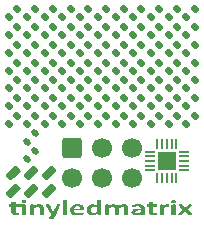
<source format=gbr>
%TF.GenerationSoftware,KiCad,Pcbnew,8.0.8*%
%TF.CreationDate,2025-02-26T00:32:30+01:00*%
%TF.ProjectId,matrixSAO,6d617472-6978-4534-914f-2e6b69636164,rev?*%
%TF.SameCoordinates,Original*%
%TF.FileFunction,Soldermask,Top*%
%TF.FilePolarity,Negative*%
%FSLAX46Y46*%
G04 Gerber Fmt 4.6, Leading zero omitted, Abs format (unit mm)*
G04 Created by KiCad (PCBNEW 8.0.8) date 2025-02-26 00:32:30*
%MOMM*%
%LPD*%
G01*
G04 APERTURE LIST*
G04 Aperture macros list*
%AMRoundRect*
0 Rectangle with rounded corners*
0 $1 Rounding radius*
0 $2 $3 $4 $5 $6 $7 $8 $9 X,Y pos of 4 corners*
0 Add a 4 corners polygon primitive as box body*
4,1,4,$2,$3,$4,$5,$6,$7,$8,$9,$2,$3,0*
0 Add four circle primitives for the rounded corners*
1,1,$1+$1,$2,$3*
1,1,$1+$1,$4,$5*
1,1,$1+$1,$6,$7*
1,1,$1+$1,$8,$9*
0 Add four rect primitives between the rounded corners*
20,1,$1+$1,$2,$3,$4,$5,0*
20,1,$1+$1,$4,$5,$6,$7,0*
20,1,$1+$1,$6,$7,$8,$9,0*
20,1,$1+$1,$8,$9,$2,$3,0*%
G04 Aperture macros list end*
%ADD10C,0.290000*%
%ADD11C,0.100000*%
%ADD12RoundRect,0.070000X-0.176777X-0.572756X0.572756X0.176777X0.176777X0.572756X-0.572756X-0.176777X0*%
%ADD13RoundRect,0.147500X-0.017678X0.226274X-0.226274X0.017678X0.017678X-0.226274X0.226274X-0.017678X0*%
%ADD14RoundRect,0.125000X-0.035355X0.212132X-0.212132X0.035355X0.035355X-0.212132X0.212132X-0.035355X0*%
%ADD15RoundRect,0.050000X-0.375000X-0.050000X0.375000X-0.050000X0.375000X0.050000X-0.375000X0.050000X0*%
%ADD16RoundRect,0.050000X-0.050000X-0.375000X0.050000X-0.375000X0.050000X0.375000X-0.050000X0.375000X0*%
%ADD17R,1.650000X1.650000*%
%ADD18RoundRect,0.250000X-0.600000X0.600000X-0.600000X-0.600000X0.600000X-0.600000X0.600000X0.600000X0*%
%ADD19C,1.700000*%
G04 APERTURE END LIST*
D10*
G36*
X71477390Y-132673941D02*
G01*
X71557502Y-132690427D01*
X71580461Y-132738238D01*
X71580461Y-133523650D01*
X71572157Y-133539806D01*
X71544313Y-133551017D01*
X71491556Y-133557941D01*
X71408514Y-133560250D01*
X71324006Y-133557941D01*
X71271249Y-133551017D01*
X71243894Y-133539806D01*
X71235590Y-133523650D01*
X71235590Y-132863864D01*
X70684578Y-132863864D01*
X70684578Y-133255251D01*
X70694470Y-133321024D01*
X70715841Y-133357467D01*
X70804546Y-133390600D01*
X70828681Y-133391429D01*
X70878018Y-133388132D01*
X70917097Y-133380878D01*
X70946406Y-133373294D01*
X70967411Y-133369997D01*
X70983043Y-133373294D01*
X70994767Y-133386483D01*
X71002582Y-133412202D01*
X71006002Y-133453418D01*
X70999163Y-133513428D01*
X70979623Y-133543104D01*
X70942499Y-133559590D01*
X70885834Y-133571131D01*
X70815492Y-133578714D01*
X70739289Y-133581352D01*
X70637496Y-133576327D01*
X70560503Y-133563547D01*
X70472917Y-133532516D01*
X70435939Y-133509801D01*
X70382334Y-133453670D01*
X70363155Y-133417807D01*
X70344859Y-133352924D01*
X70339707Y-133286246D01*
X70339707Y-132863864D01*
X70193161Y-132863864D01*
X70153106Y-132842102D01*
X70139481Y-132775178D01*
X70139428Y-132768903D01*
X70142847Y-132723400D01*
X70153106Y-132694054D01*
X70170203Y-132678557D01*
X70194138Y-132673941D01*
X70339707Y-132673941D01*
X70339707Y-132482369D01*
X70347034Y-132464894D01*
X70374878Y-132452034D01*
X70428123Y-132444450D01*
X70511654Y-132441813D01*
X70595674Y-132444450D01*
X70648430Y-132452034D01*
X70676274Y-132464894D01*
X70684578Y-132482369D01*
X70684578Y-132673941D01*
X71477390Y-132673941D01*
G37*
G36*
X71608305Y-132418732D02*
G01*
X71594858Y-132486522D01*
X71565806Y-132519628D01*
X71472738Y-132544621D01*
X71407537Y-132547326D01*
X71309840Y-132540649D01*
X71250245Y-132520618D01*
X71212907Y-132459607D01*
X71209700Y-132423678D01*
X71222992Y-132355783D01*
X71251710Y-132322451D01*
X71344799Y-132296864D01*
X71410468Y-132294095D01*
X71512000Y-132301818D01*
X71566783Y-132321462D01*
X71605020Y-132382776D01*
X71608305Y-132418732D01*
G37*
G36*
X73090859Y-133523650D02*
G01*
X73082554Y-133539806D01*
X73054711Y-133551017D01*
X73001954Y-133557941D01*
X72918912Y-133560250D01*
X72834404Y-133557941D01*
X72781647Y-133551347D01*
X72754292Y-133540136D01*
X72745988Y-133523979D01*
X72745988Y-133063679D01*
X72740308Y-132997581D01*
X72732799Y-132971685D01*
X72695185Y-132914313D01*
X72631194Y-132877053D01*
X72539847Y-132863864D01*
X72444293Y-132880217D01*
X72406490Y-132895518D01*
X72328953Y-132940310D01*
X72266295Y-132987842D01*
X72266295Y-133523979D01*
X72257991Y-133540136D01*
X72229658Y-133551347D01*
X72176902Y-133557941D01*
X72092882Y-133560250D01*
X72008863Y-133557941D01*
X71956106Y-133551347D01*
X71928263Y-133539806D01*
X71919958Y-133523650D01*
X71919958Y-132710541D01*
X71926797Y-132694384D01*
X71951222Y-132683173D01*
X71997628Y-132676249D01*
X72068458Y-132673941D01*
X72141242Y-132676249D01*
X72185695Y-132683173D01*
X72208653Y-132694384D01*
X72215492Y-132710211D01*
X72215492Y-132804184D01*
X72285750Y-132756714D01*
X72363316Y-132715060D01*
X72422122Y-132690757D01*
X72516035Y-132664836D01*
X72613127Y-132653431D01*
X72641452Y-132652838D01*
X72743393Y-132658140D01*
X72841578Y-132677182D01*
X72852478Y-132680536D01*
X72938688Y-132717688D01*
X72991208Y-132755384D01*
X73041285Y-132813541D01*
X73067411Y-132865843D01*
X73084997Y-132935498D01*
X73090653Y-133001440D01*
X73090859Y-133017847D01*
X73090859Y-133523650D01*
G37*
G36*
X74081996Y-133560250D02*
G01*
X73933985Y-133854037D01*
X73866574Y-133887669D01*
X73767104Y-133896893D01*
X73705862Y-133897891D01*
X73617446Y-133894594D01*
X73568109Y-133883713D01*
X73550524Y-133865248D01*
X73558828Y-133838210D01*
X73722471Y-133560250D01*
X73689742Y-133543433D01*
X73668737Y-133519034D01*
X73246686Y-132766595D01*
X73229100Y-132717795D01*
X73245220Y-132691087D01*
X73300907Y-132677568D01*
X73400920Y-132673945D01*
X73404955Y-132673941D01*
X73497767Y-132675260D01*
X73551501Y-132682184D01*
X73580321Y-132699330D01*
X73599861Y-132731643D01*
X73888556Y-133279651D01*
X73892464Y-133279651D01*
X74156246Y-132720762D01*
X74177251Y-132689109D01*
X74220726Y-132677568D01*
X74322040Y-132673945D01*
X74326727Y-132673941D01*
X74424913Y-132677568D01*
X74482554Y-132691417D01*
X74501117Y-132718454D01*
X74490370Y-132758351D01*
X74081996Y-133560250D01*
G37*
G36*
X75042847Y-133523320D02*
G01*
X75034543Y-133539477D01*
X75006211Y-133551017D01*
X74953455Y-133557941D01*
X74869435Y-133560250D01*
X74785416Y-133557941D01*
X74732659Y-133551017D01*
X74704815Y-133539477D01*
X74696511Y-133523320D01*
X74696511Y-132312559D01*
X74704815Y-132296073D01*
X74732659Y-132283543D01*
X74785416Y-132275960D01*
X74869435Y-132272992D01*
X74953455Y-132275960D01*
X75006211Y-132283543D01*
X75034543Y-132296073D01*
X75042847Y-132312559D01*
X75042847Y-133523320D01*
G37*
G36*
X76038719Y-132656462D02*
G01*
X76136218Y-132668680D01*
X76201047Y-132683503D01*
X76289217Y-132714879D01*
X76366876Y-132758581D01*
X76380321Y-132768573D01*
X76438002Y-132823997D01*
X76479154Y-132888260D01*
X76483392Y-132897497D01*
X76506099Y-132965162D01*
X76515798Y-133032401D01*
X76516609Y-133059393D01*
X76516609Y-133096652D01*
X76488277Y-133159960D01*
X76410607Y-133180403D01*
X75664690Y-133180403D01*
X75673463Y-133248877D01*
X75683252Y-133277013D01*
X75725673Y-133336656D01*
X75742359Y-133350543D01*
X75823722Y-133390259D01*
X75846895Y-133396704D01*
X75946659Y-133410986D01*
X75999791Y-133412531D01*
X76099764Y-133409044D01*
X76159037Y-133402640D01*
X76255327Y-133385976D01*
X76278228Y-133380878D01*
X76361270Y-133359116D01*
X76415004Y-133349224D01*
X76435520Y-133352521D01*
X76449198Y-133363732D01*
X76457014Y-133386813D01*
X76458967Y-133424072D01*
X76457502Y-133458034D01*
X76453106Y-133482104D01*
X76445290Y-133498920D01*
X76430635Y-133511780D01*
X76381787Y-133529915D01*
X76287849Y-133551881D01*
X76280182Y-133553325D01*
X76182115Y-133567908D01*
X76138521Y-133572779D01*
X76040180Y-133579937D01*
X75968528Y-133581352D01*
X75870211Y-133578647D01*
X75771208Y-133569424D01*
X75681787Y-133553655D01*
X75588777Y-133526471D01*
X75503399Y-133486729D01*
X75476623Y-133469904D01*
X75412429Y-133414952D01*
X75367220Y-133353865D01*
X75353524Y-133327791D01*
X75328818Y-133259120D01*
X75316187Y-133188922D01*
X75312980Y-133126328D01*
X75317130Y-133059828D01*
X75322759Y-133032685D01*
X75664690Y-133032685D01*
X76181508Y-133032685D01*
X76175096Y-132964725D01*
X76144001Y-132900558D01*
X76122889Y-132878043D01*
X76043388Y-132835755D01*
X75945975Y-132821879D01*
X75929937Y-132821659D01*
X75830826Y-132833631D01*
X75815143Y-132838475D01*
X75738150Y-132879820D01*
X75734055Y-132883318D01*
X75688056Y-132943109D01*
X75684718Y-132950253D01*
X75666287Y-133016425D01*
X75664690Y-133032685D01*
X75322759Y-133032685D01*
X75331283Y-132991588D01*
X75355478Y-132928491D01*
X75392779Y-132866018D01*
X75445436Y-132806920D01*
X75479065Y-132778795D01*
X75550754Y-132733753D01*
X75634053Y-132698289D01*
X75676413Y-132685152D01*
X75775711Y-132664230D01*
X75875958Y-132654385D01*
X75938242Y-132652838D01*
X76038719Y-132656462D01*
G37*
G36*
X77867760Y-132275960D02*
G01*
X77920028Y-132283873D01*
X77947383Y-132296073D01*
X77955688Y-132312559D01*
X77955688Y-133523320D01*
X77948849Y-133540466D01*
X77925402Y-133552006D01*
X77880461Y-133558601D01*
X77811584Y-133560250D01*
X77739777Y-133558601D01*
X77695325Y-133552336D01*
X77670412Y-133541125D01*
X77663085Y-133524969D01*
X77663085Y-133437261D01*
X77590705Y-133484185D01*
X77509348Y-133525392D01*
X77464271Y-133543433D01*
X77369262Y-133569354D01*
X77265465Y-133580760D01*
X77234194Y-133581352D01*
X77135161Y-133576252D01*
X77035077Y-133557408D01*
X76997279Y-133545082D01*
X76914439Y-133505264D01*
X76847270Y-133454433D01*
X76839498Y-133446823D01*
X76792428Y-133388670D01*
X76758073Y-133322691D01*
X76750593Y-133302402D01*
X76732882Y-133233744D01*
X76724547Y-133167855D01*
X76723238Y-133128306D01*
X76724043Y-133112479D01*
X77074948Y-133112479D01*
X77080207Y-133180586D01*
X77087160Y-133215354D01*
X77111781Y-133279280D01*
X77127704Y-133305040D01*
X77185676Y-133358571D01*
X77202443Y-133368018D01*
X77295093Y-133390606D01*
X77321145Y-133391429D01*
X77390510Y-133384175D01*
X77458898Y-133360434D01*
X77531194Y-133317240D01*
X77596036Y-133266003D01*
X77612282Y-133251954D01*
X77612282Y-132978610D01*
X77548529Y-132926840D01*
X77474383Y-132879928D01*
X77470133Y-132877713D01*
X77382778Y-132847677D01*
X77327984Y-132842762D01*
X77230695Y-132858216D01*
X77211724Y-132866172D01*
X77142855Y-132916389D01*
X77133078Y-132928161D01*
X77097357Y-132991222D01*
X77089114Y-133014550D01*
X77076331Y-133081380D01*
X77074948Y-133112479D01*
X76724043Y-133112479D01*
X76726625Y-133061697D01*
X76738175Y-132993560D01*
X76757921Y-132930799D01*
X76791818Y-132863836D01*
X76840224Y-132801337D01*
X76860503Y-132781432D01*
X76930892Y-132729621D01*
X77015664Y-132690416D01*
X77028053Y-132686141D01*
X77121806Y-132663376D01*
X77219077Y-132653652D01*
X77259107Y-132652838D01*
X77357293Y-132659928D01*
X77445709Y-132681195D01*
X77529362Y-132715816D01*
X77607121Y-132760252D01*
X77612282Y-132763627D01*
X77612282Y-132313219D01*
X77619610Y-132296403D01*
X77646965Y-132283873D01*
X77699721Y-132275960D01*
X77783741Y-132272992D01*
X77867760Y-132275960D01*
G37*
G36*
X80245220Y-133523650D02*
G01*
X80236916Y-133539806D01*
X80209072Y-133551017D01*
X80156804Y-133557941D01*
X80073273Y-133560250D01*
X79988277Y-133557941D01*
X79935520Y-133551347D01*
X79907677Y-133540136D01*
X79900349Y-133523979D01*
X79900349Y-133045544D01*
X79890721Y-132977993D01*
X79888626Y-132971685D01*
X79852966Y-132914313D01*
X79792394Y-132877053D01*
X79705443Y-132863864D01*
X79607913Y-132883184D01*
X79580391Y-132895518D01*
X79505945Y-132940310D01*
X79443127Y-132987842D01*
X79443127Y-133523979D01*
X79434822Y-133540136D01*
X79406490Y-133551347D01*
X79353734Y-133557941D01*
X79271180Y-133560250D01*
X79187160Y-133557941D01*
X79134404Y-133551347D01*
X79106560Y-133540136D01*
X79098256Y-133523979D01*
X79098256Y-133045544D01*
X79088627Y-132977993D01*
X79086532Y-132971685D01*
X79051361Y-132914313D01*
X78991277Y-132877053D01*
X78904327Y-132863864D01*
X78809530Y-132881670D01*
X78777809Y-132895518D01*
X78703826Y-132940310D01*
X78642010Y-132987842D01*
X78642010Y-133523979D01*
X78633706Y-133540136D01*
X78605374Y-133551347D01*
X78552617Y-133557941D01*
X78468598Y-133560250D01*
X78384578Y-133557941D01*
X78331822Y-133551347D01*
X78303978Y-133539806D01*
X78295674Y-133523650D01*
X78295674Y-132710541D01*
X78302513Y-132694384D01*
X78326937Y-132683173D01*
X78373343Y-132676249D01*
X78444173Y-132673941D01*
X78516958Y-132676249D01*
X78561410Y-132683173D01*
X78584369Y-132694384D01*
X78591208Y-132710211D01*
X78591208Y-132804184D01*
X78660946Y-132756714D01*
X78736760Y-132715060D01*
X78793441Y-132690757D01*
X78883601Y-132664836D01*
X78983936Y-132653172D01*
X79004466Y-132652838D01*
X79105484Y-132658460D01*
X79140754Y-132663719D01*
X79233580Y-132688889D01*
X79248709Y-132695044D01*
X79323759Y-132738540D01*
X79330286Y-132743843D01*
X79383437Y-132800656D01*
X79387928Y-132807151D01*
X79459324Y-132758749D01*
X79495883Y-132737249D01*
X79577421Y-132698037D01*
X79599931Y-132689438D01*
X79693380Y-132663824D01*
X79703001Y-132662071D01*
X79801805Y-132652875D01*
X79808514Y-132652838D01*
X79907984Y-132658140D01*
X80003574Y-132677182D01*
X80014166Y-132680536D01*
X80098333Y-132717688D01*
X80149477Y-132755384D01*
X80198301Y-132813541D01*
X80223238Y-132865843D01*
X80239725Y-132930964D01*
X80245220Y-132999712D01*
X80245220Y-133523650D01*
G37*
G36*
X81177327Y-132655481D02*
G01*
X81274678Y-132664310D01*
X81321354Y-132671633D01*
X81414777Y-132695538D01*
X81489882Y-132729665D01*
X81552788Y-132780531D01*
X81586113Y-132829902D01*
X81608828Y-132897002D01*
X81616281Y-132965181D01*
X81616399Y-132975642D01*
X81616399Y-133526288D01*
X81602722Y-133546731D01*
X81559247Y-133557282D01*
X81472296Y-133560250D01*
X81381926Y-133556952D01*
X81342359Y-133546401D01*
X81330635Y-133525958D01*
X81330635Y-133460012D01*
X81255037Y-133506617D01*
X81170208Y-133543803D01*
X81158200Y-133548050D01*
X81062802Y-133571953D01*
X80965242Y-133581059D01*
X80943266Y-133581352D01*
X80844012Y-133576513D01*
X80763992Y-133564206D01*
X80670416Y-133536334D01*
X80622331Y-133513428D01*
X80555472Y-133462328D01*
X80529519Y-133430007D01*
X80502192Y-133364795D01*
X80496790Y-133313613D01*
X80498177Y-133304710D01*
X80834822Y-133304710D01*
X80862300Y-133368018D01*
X80883671Y-133383845D01*
X80973322Y-133410262D01*
X81018981Y-133412531D01*
X81117553Y-133400097D01*
X81152827Y-133388461D01*
X81233810Y-133346780D01*
X81276902Y-133317240D01*
X81276902Y-133180403D01*
X81145011Y-133180403D01*
X81045895Y-133183953D01*
X81002373Y-133188646D01*
X80908483Y-133211715D01*
X80906141Y-133212716D01*
X80851919Y-133251954D01*
X80834822Y-133304710D01*
X80498177Y-133304710D01*
X80507293Y-133246184D01*
X80538800Y-133188316D01*
X80599044Y-133134437D01*
X80663852Y-133100609D01*
X80757031Y-133070521D01*
X80855192Y-133051633D01*
X80870482Y-133049501D01*
X80968736Y-133039254D01*
X81068578Y-133034015D01*
X81157223Y-133032685D01*
X81276902Y-133032685D01*
X81276902Y-132981247D01*
X81266598Y-132914806D01*
X81265178Y-132911015D01*
X81226588Y-132860897D01*
X81155269Y-132831221D01*
X81057047Y-132821743D01*
X81044871Y-132821659D01*
X80944045Y-132826811D01*
X80890510Y-132834848D01*
X80797453Y-132856116D01*
X80770342Y-132863864D01*
X80682903Y-132892880D01*
X80626239Y-132906069D01*
X80599372Y-132899475D01*
X80579833Y-132880021D01*
X80568109Y-132849356D01*
X80564201Y-132808800D01*
X80571040Y-132761649D01*
X80596930Y-132730325D01*
X80664341Y-132702957D01*
X80757425Y-132682109D01*
X80777181Y-132678557D01*
X80875928Y-132664353D01*
X80917865Y-132660092D01*
X81019986Y-132653696D01*
X81075157Y-132652838D01*
X81177327Y-132655481D01*
G37*
G36*
X82653455Y-133453418D02*
G01*
X82645639Y-133514417D01*
X82625611Y-133544093D01*
X82589463Y-133559590D01*
X82533287Y-133571131D01*
X82462945Y-133578714D01*
X82386741Y-133581352D01*
X82284949Y-133576327D01*
X82207956Y-133563547D01*
X82120370Y-133532516D01*
X82083392Y-133509801D01*
X82029787Y-133453670D01*
X82010607Y-133417807D01*
X81992312Y-133352924D01*
X81987160Y-133286246D01*
X81987160Y-132863864D01*
X81840614Y-132863864D01*
X81800559Y-132842102D01*
X81786934Y-132775178D01*
X81786881Y-132768903D01*
X81790300Y-132723400D01*
X81800559Y-132694054D01*
X81817656Y-132678557D01*
X81841591Y-132673941D01*
X81987160Y-132673941D01*
X81987160Y-132482369D01*
X81994487Y-132464894D01*
X82022331Y-132452034D01*
X82075576Y-132444450D01*
X82159107Y-132441813D01*
X82243127Y-132444450D01*
X82295883Y-132452034D01*
X82323727Y-132464894D01*
X82332031Y-132482369D01*
X82332031Y-132673941D01*
X82598744Y-132673941D01*
X82622680Y-132678557D01*
X82639777Y-132694054D01*
X82650035Y-132723400D01*
X82653455Y-132768903D01*
X82642983Y-132836126D01*
X82639777Y-132842102D01*
X82599721Y-132863864D01*
X82332031Y-132863864D01*
X82332031Y-133255251D01*
X82341923Y-133321024D01*
X82363294Y-133357467D01*
X82451999Y-133390600D01*
X82476134Y-133391429D01*
X82525471Y-133388132D01*
X82564550Y-133380878D01*
X82593859Y-133373294D01*
X82614864Y-133369997D01*
X82630496Y-133373294D01*
X82642219Y-133386483D01*
X82650035Y-133412202D01*
X82653455Y-133453418D01*
G37*
G36*
X83684648Y-132778135D02*
G01*
X83681717Y-132830892D01*
X83673413Y-132863205D01*
X83659247Y-132879691D01*
X83636776Y-132884307D01*
X83611864Y-132881010D01*
X83580600Y-132874086D01*
X83542987Y-132867162D01*
X83497558Y-132863864D01*
X83439917Y-132872107D01*
X83380321Y-132898156D01*
X83315841Y-132944977D01*
X83257845Y-133001271D01*
X83243545Y-133016858D01*
X83243545Y-133523650D01*
X83235241Y-133539806D01*
X83206909Y-133551347D01*
X83154152Y-133557941D01*
X83070133Y-133560250D01*
X82986113Y-133557941D01*
X82933357Y-133551347D01*
X82905513Y-133539806D01*
X82897209Y-133523650D01*
X82897209Y-132710541D01*
X82904048Y-132694384D01*
X82928472Y-132683173D01*
X82974878Y-132676249D01*
X83045709Y-132673941D01*
X83118493Y-132676249D01*
X83162945Y-132683173D01*
X83185904Y-132694714D01*
X83192743Y-132710541D01*
X83192743Y-132811767D01*
X83253260Y-132756982D01*
X83283113Y-132733952D01*
X83357014Y-132688606D01*
X83364201Y-132685152D01*
X83441382Y-132660092D01*
X83518563Y-132652838D01*
X83556665Y-132654157D01*
X83599651Y-132658774D01*
X83637753Y-132666028D01*
X83661689Y-132674601D01*
X83672924Y-132684163D01*
X83678786Y-132699000D01*
X83683182Y-132727027D01*
X83684648Y-132778135D01*
G37*
G36*
X84238102Y-133523650D02*
G01*
X84229798Y-133539806D01*
X84201466Y-133551347D01*
X84148709Y-133557941D01*
X84064690Y-133560250D01*
X83980670Y-133557941D01*
X83927914Y-133551347D01*
X83900070Y-133539806D01*
X83891766Y-133523650D01*
X83891766Y-132712189D01*
X83900070Y-132696363D01*
X83927914Y-132684492D01*
X83980670Y-132676909D01*
X84064690Y-132673941D01*
X84148709Y-132676909D01*
X84201466Y-132684492D01*
X84229798Y-132696363D01*
X84238102Y-132712189D01*
X84238102Y-133523650D01*
G37*
G36*
X84264480Y-132418732D02*
G01*
X84251034Y-132486522D01*
X84221982Y-132519628D01*
X84128914Y-132544621D01*
X84063713Y-132547326D01*
X83966016Y-132540649D01*
X83906420Y-132520618D01*
X83869083Y-132459607D01*
X83865876Y-132423678D01*
X83879168Y-132355783D01*
X83907886Y-132322451D01*
X84000975Y-132296864D01*
X84066644Y-132294095D01*
X84168176Y-132301818D01*
X84222959Y-132321462D01*
X84261196Y-132382776D01*
X84264480Y-132418732D01*
G37*
G36*
X85644452Y-133507493D02*
G01*
X85654711Y-133532882D01*
X85634683Y-133549368D01*
X85575576Y-133557941D01*
X85474159Y-133560247D01*
X85470063Y-133560250D01*
X85370412Y-133558931D01*
X85311305Y-133553655D01*
X85279554Y-133543433D01*
X85263922Y-133528266D01*
X85037265Y-133239424D01*
X84810607Y-133528266D01*
X84795464Y-133543433D01*
X84765667Y-133553655D01*
X84709979Y-133558931D01*
X84616679Y-133560250D01*
X84520447Y-133557941D01*
X84468179Y-133549368D01*
X84451082Y-133532882D01*
X84462806Y-133507493D01*
X84802303Y-133107203D01*
X84489184Y-132731314D01*
X84475995Y-132703617D01*
X84493092Y-132685811D01*
X84550245Y-132676909D01*
X84648419Y-132673953D01*
X84656734Y-132673941D01*
X84753455Y-132675260D01*
X84810607Y-132679546D01*
X84840894Y-132688119D01*
X84857502Y-132703287D01*
X85075855Y-132974983D01*
X85292743Y-132703287D01*
X85304955Y-132690427D01*
X85330845Y-132681195D01*
X85379693Y-132675919D01*
X85464201Y-132673941D01*
X85560921Y-132675919D01*
X85613189Y-132684163D01*
X85628332Y-132701968D01*
X85612701Y-132731314D01*
X85307886Y-133100609D01*
X85644452Y-133507493D01*
G37*
D11*
%TO.C,REF\u002A\u002A*%
X74030330Y-131323223D02*
X73323223Y-132030330D01*
X72969670Y-131676777D01*
X73676777Y-130969670D01*
X74030330Y-131323223D01*
G36*
X74030330Y-131323223D02*
G01*
X73323223Y-132030330D01*
X72969670Y-131676777D01*
X73676777Y-130969670D01*
X74030330Y-131323223D01*
G37*
X71030330Y-131323223D02*
X70323223Y-132030330D01*
X69969670Y-131676777D01*
X70676777Y-130969670D01*
X71030330Y-131323223D01*
G36*
X71030330Y-131323223D02*
G01*
X70323223Y-132030330D01*
X69969670Y-131676777D01*
X70676777Y-130969670D01*
X71030330Y-131323223D01*
G37*
X71030330Y-129823223D02*
X70323223Y-130530330D01*
X69969670Y-130176777D01*
X70676777Y-129469670D01*
X71030330Y-129823223D01*
G36*
X71030330Y-129823223D02*
G01*
X70323223Y-130530330D01*
X69969670Y-130176777D01*
X70676777Y-129469670D01*
X71030330Y-129823223D01*
G37*
X72530330Y-131323223D02*
X71823223Y-132030330D01*
X71469670Y-131676777D01*
X72176777Y-130969670D01*
X72530330Y-131323223D01*
G36*
X72530330Y-131323223D02*
G01*
X71823223Y-132030330D01*
X71469670Y-131676777D01*
X72176777Y-130969670D01*
X72530330Y-131323223D01*
G37*
X74030330Y-129823223D02*
X73323223Y-130530330D01*
X72969670Y-130176777D01*
X73676777Y-129469670D01*
X74030330Y-129823223D01*
G36*
X74030330Y-129823223D02*
G01*
X73323223Y-130530330D01*
X72969670Y-130176777D01*
X73676777Y-129469670D01*
X74030330Y-129823223D01*
G37*
X72530330Y-129823223D02*
X71823223Y-130530330D01*
X71469670Y-130176777D01*
X72176777Y-129469670D01*
X72530330Y-129823223D01*
G36*
X72530330Y-129823223D02*
G01*
X71823223Y-130530330D01*
X71469670Y-130176777D01*
X72176777Y-129469670D01*
X72530330Y-129823223D01*
G37*
%TD*%
D12*
%TO.C,REF\u002A\u002A*%
X73500000Y-131500000D03*
%TD*%
%TO.C,REF\u002A\u002A*%
X70500000Y-131500000D03*
%TD*%
%TO.C,REF\u002A\u002A*%
X70500000Y-130000000D03*
%TD*%
%TO.C,REF\u002A\u002A*%
X72000000Y-131500000D03*
%TD*%
%TO.C,REF\u002A\u002A*%
X73500000Y-130000000D03*
%TD*%
%TO.C,REF\u002A\u002A*%
X72000000Y-130000000D03*
%TD*%
D13*
%TO.C,D59*%
X76842947Y-119157053D03*
X76157053Y-119842947D03*
%TD*%
%TO.C,D45*%
X75342947Y-119157053D03*
X74657053Y-119842947D03*
%TD*%
%TO.C,D61*%
X76842947Y-122157053D03*
X76157053Y-122842947D03*
%TD*%
%TO.C,D129*%
X84342947Y-119157053D03*
X83657053Y-119842947D03*
%TD*%
%TO.C,D15*%
X72342947Y-116157053D03*
X71657053Y-116842947D03*
%TD*%
%TO.C,D33*%
X73842947Y-122157053D03*
X73157053Y-122842947D03*
%TD*%
%TO.C,D103*%
X81342947Y-122157053D03*
X80657053Y-122842947D03*
%TD*%
%TO.C,D99*%
X81342947Y-116157053D03*
X80657053Y-116842947D03*
%TD*%
%TO.C,D48*%
X75342947Y-123657053D03*
X74657053Y-124342947D03*
%TD*%
%TO.C,D91*%
X79842947Y-125157053D03*
X79157053Y-125842947D03*
%TD*%
%TO.C,D21*%
X72342947Y-125157053D03*
X71657053Y-125842947D03*
%TD*%
%TO.C,D102*%
X81342947Y-120657053D03*
X80657053Y-121342947D03*
%TD*%
%TO.C,D113*%
X82842947Y-116157053D03*
X82157053Y-116842947D03*
%TD*%
%TO.C,D3*%
X70842947Y-119157053D03*
X70157053Y-119842947D03*
%TD*%
%TO.C,D20*%
X72342947Y-123657053D03*
X71657053Y-124342947D03*
%TD*%
%TO.C,D145*%
X85842947Y-122157053D03*
X85157053Y-122842947D03*
%TD*%
%TO.C,D44*%
X75342947Y-117657053D03*
X74657053Y-118342947D03*
%TD*%
%TO.C,D100*%
X81342947Y-117657053D03*
X80657053Y-118342947D03*
%TD*%
%TO.C,D29*%
X73842947Y-116157053D03*
X73157053Y-116842947D03*
%TD*%
%TO.C,D141*%
X85842947Y-116157053D03*
X85157053Y-116842947D03*
%TD*%
%TO.C,D77*%
X78342947Y-125157053D03*
X77657053Y-125842947D03*
%TD*%
%TO.C,D63*%
X76842947Y-125157053D03*
X76157053Y-125842947D03*
%TD*%
%TO.C,D87*%
X79842947Y-119157053D03*
X79157053Y-119842947D03*
%TD*%
%TO.C,D46*%
X75342947Y-120657053D03*
X74657053Y-121342947D03*
%TD*%
%TO.C,D104*%
X81342947Y-123657053D03*
X80657053Y-124342947D03*
%TD*%
%TO.C,D76*%
X78342947Y-123657053D03*
X77657053Y-124342947D03*
%TD*%
%TO.C,D72*%
X78342947Y-117657053D03*
X77657053Y-118342947D03*
%TD*%
%TO.C,D34*%
X73842947Y-123657053D03*
X73157053Y-124342947D03*
%TD*%
%TO.C,D89*%
X79842947Y-122157053D03*
X79157053Y-122842947D03*
%TD*%
%TO.C,D19*%
X72342947Y-122157053D03*
X71657053Y-122842947D03*
%TD*%
%TO.C,D146*%
X85842947Y-123657053D03*
X85157053Y-124342947D03*
%TD*%
%TO.C,D4*%
X70842947Y-120657053D03*
X70157053Y-121342947D03*
%TD*%
%TO.C,D43*%
X75342947Y-116157053D03*
X74657053Y-116842947D03*
%TD*%
%TO.C,D132*%
X84342947Y-123657053D03*
X83657053Y-124342947D03*
%TD*%
%TO.C,D6*%
X70842947Y-123657053D03*
X70157053Y-124342947D03*
%TD*%
%TO.C,D133*%
X84342947Y-125157053D03*
X83657053Y-125842947D03*
%TD*%
%TO.C,D49*%
X75342947Y-125157053D03*
X74657053Y-125842947D03*
%TD*%
%TO.C,D62*%
X76842947Y-123657053D03*
X76157053Y-124342947D03*
%TD*%
%TO.C,D30*%
X73842947Y-117657053D03*
X73157053Y-118342947D03*
%TD*%
%TO.C,D7*%
X70842947Y-125157053D03*
X70157053Y-125842947D03*
%TD*%
%TO.C,D16*%
X72342947Y-117657053D03*
X71657053Y-118342947D03*
%TD*%
%TO.C,D88*%
X79842947Y-120657053D03*
X79157053Y-121342947D03*
%TD*%
%TO.C,D144*%
X85842947Y-120657053D03*
X85157053Y-121342947D03*
%TD*%
D14*
%TO.C,C1*%
X72353553Y-128146447D03*
X71646447Y-128853553D03*
%TD*%
D13*
%TO.C,D1*%
X70842947Y-116157053D03*
X70157053Y-116842947D03*
%TD*%
%TO.C,D118*%
X82842947Y-123657053D03*
X82157053Y-124342947D03*
%TD*%
%TO.C,D47*%
X75342947Y-122157053D03*
X74657053Y-122842947D03*
%TD*%
%TO.C,D116*%
X82842947Y-120657053D03*
X82157053Y-121342947D03*
%TD*%
%TO.C,D17*%
X72342947Y-119157053D03*
X71657053Y-119842947D03*
%TD*%
%TO.C,D130*%
X84342947Y-120657053D03*
X83657053Y-121342947D03*
%TD*%
%TO.C,D117*%
X82842947Y-122157053D03*
X82157053Y-122842947D03*
%TD*%
%TO.C,D115*%
X82842947Y-119157053D03*
X82157053Y-119842947D03*
%TD*%
%TO.C,D18*%
X72342947Y-120657053D03*
X71657053Y-121342947D03*
%TD*%
%TO.C,D32*%
X73842947Y-120657053D03*
X73157053Y-121342947D03*
%TD*%
%TO.C,D101*%
X81342947Y-119157053D03*
X80657053Y-119842947D03*
%TD*%
%TO.C,D119*%
X82842947Y-125157053D03*
X82157053Y-125842947D03*
%TD*%
%TO.C,D86*%
X79842947Y-117657053D03*
X79157053Y-118342947D03*
%TD*%
%TO.C,D90*%
X79842947Y-123657053D03*
X79157053Y-124342947D03*
%TD*%
%TO.C,D143*%
X85842947Y-119157053D03*
X85157053Y-119842947D03*
%TD*%
%TO.C,D75*%
X78342947Y-122157053D03*
X77657053Y-122842947D03*
%TD*%
%TO.C,D57*%
X76842947Y-116157053D03*
X76157053Y-116842947D03*
%TD*%
D15*
%TO.C,U1*%
X82050000Y-128200000D03*
X82050000Y-128600000D03*
X82050000Y-129000000D03*
X82050000Y-129400000D03*
X82050000Y-129800000D03*
D16*
X82700000Y-130450000D03*
X83100000Y-130450000D03*
X83500000Y-130450000D03*
X83900000Y-130450000D03*
X84300000Y-130450000D03*
D15*
X84950000Y-129800000D03*
X84950000Y-129400000D03*
X84950000Y-129000000D03*
X84950000Y-128600000D03*
X84950000Y-128200000D03*
D16*
X84300000Y-127550000D03*
X83900000Y-127550000D03*
X83500000Y-127550000D03*
X83100000Y-127550000D03*
X82700000Y-127550000D03*
D17*
X83500000Y-129000000D03*
%TD*%
D13*
%TO.C,D31*%
X73842947Y-119157053D03*
X73157053Y-119842947D03*
%TD*%
%TO.C,D58*%
X76842947Y-117657053D03*
X76157053Y-118342947D03*
%TD*%
%TO.C,D5*%
X70842947Y-122157053D03*
X70157053Y-122842947D03*
%TD*%
%TO.C,D114*%
X82842947Y-117657053D03*
X82157053Y-118342947D03*
%TD*%
%TO.C,D71*%
X78342947Y-116157053D03*
X77657053Y-116842947D03*
%TD*%
%TO.C,D60*%
X76842947Y-120657053D03*
X76157053Y-121342947D03*
%TD*%
%TO.C,D128*%
X84342947Y-117657053D03*
X83657053Y-118342947D03*
%TD*%
%TO.C,D73*%
X78342947Y-119157053D03*
X77657053Y-119842947D03*
%TD*%
%TO.C,D105*%
X81342947Y-125157053D03*
X80657053Y-125842947D03*
%TD*%
D14*
%TO.C,C2*%
X72353553Y-126646447D03*
X71646447Y-127353553D03*
%TD*%
D13*
%TO.C,D147*%
X85842947Y-125157053D03*
X85157053Y-125842947D03*
%TD*%
%TO.C,D85*%
X79842947Y-116157053D03*
X79157053Y-116842947D03*
%TD*%
%TO.C,D127*%
X84342947Y-116157053D03*
X83657053Y-116842947D03*
%TD*%
%TO.C,D2*%
X70842947Y-117657053D03*
X70157053Y-118342947D03*
%TD*%
%TO.C,D35*%
X73842947Y-125157053D03*
X73157053Y-125842947D03*
%TD*%
%TO.C,D74*%
X78342947Y-120657053D03*
X77657053Y-121342947D03*
%TD*%
%TO.C,D131*%
X84342947Y-122157053D03*
X83657053Y-122842947D03*
%TD*%
%TO.C,D142*%
X85842947Y-117657053D03*
X85157053Y-118342947D03*
%TD*%
D18*
%TO.C,J1*%
X75460000Y-127900000D03*
D19*
X75460000Y-130440000D03*
X78000000Y-127900000D03*
X78000000Y-130440000D03*
X80540000Y-127900000D03*
X80540000Y-130440000D03*
%TD*%
M02*

</source>
